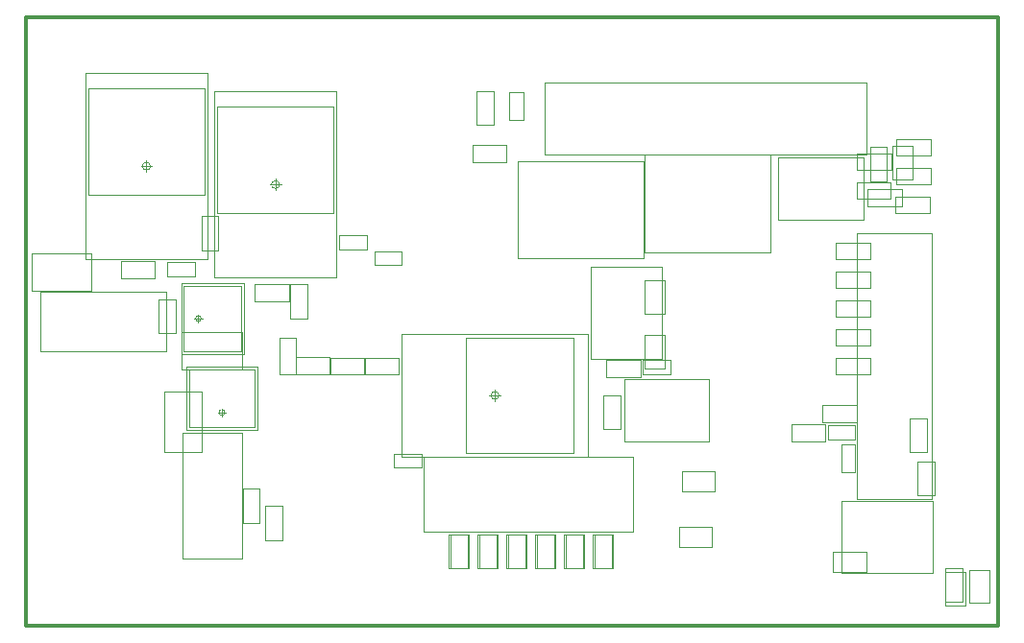
<source format=gbr>
G04 EasyPC Gerber Version 21.0.3 Build 4286 *
G04 #@! TF.Part,Single*
G04 #@! TF.FileFunction,Other,Alley Hoop pcb - Documentation *
G04 #@! TF.FilePolarity,Positive *
%FSLAX35Y35*%
%MOIN*%
%ADD150C,0.00004*%
%ADD149C,0.00039*%
%ADD148C,0.00197*%
%ADD10C,0.00394*%
%ADD91C,0.01200*%
X0Y0D02*
D02*
D10*
X23242Y116944D02*
X2376D01*
Y129936*
X23242*
Y116944*
X48596Y81904D02*
Y61038D01*
X61588*
Y81904*
X48596*
X54580Y89778D02*
X75446D01*
Y102770*
X54580*
Y89778*
D02*
D91*
X600Y600D02*
X338013D01*
Y212100*
X600*
Y600*
D02*
D148*
X33444Y127265D02*
X45256D01*
Y121359*
X33444*
Y127265*
X42350Y158322D02*
Y162259D01*
Y161668D02*
G75*
G02Y158912J-1378D01*
G01*
Y161668D02*
G75*
G02Y158912J-1378D01*
G01*
G75*
G02Y161668J1378*
G01*
X44319Y160290D02*
X40381D01*
X46470Y113991D02*
Y102180D01*
X52376*
Y113991*
X46470*
X49108Y96176D02*
X5643D01*
Y116609*
X49108*
Y96176*
X49547Y127003D02*
X59153D01*
Y122121*
X49547*
Y127003*
X54366Y94910D02*
Y119713D01*
X76334*
Y94910*
X54366*
X54994Y24070D02*
Y67534D01*
X75427*
Y24070*
X54994*
X60350Y108690D02*
Y105934D01*
X61334Y107312D02*
G75*
G02X59366I-984D01*
G01*
X61334D02*
G75*
G02X59366I-984D01*
G01*
G75*
G02X61334I984*
G01*
X61397Y131156D02*
Y142967D01*
X67303*
Y131156*
X61397*
X61728Y107312D02*
X58972D01*
X63610Y128007D02*
Y192574D01*
X21090*
Y128007*
X63610*
X67179Y74778D02*
X69935D01*
X68557Y75763D02*
G75*
G02Y73794J-984D01*
G01*
Y75763D02*
G75*
G02Y73794J-984D01*
G01*
G75*
G02Y75763J984*
G01*
Y76156D02*
Y73400D01*
X75761Y36511D02*
Y48322D01*
X81667*
Y36511*
X75761*
X79895Y119306D02*
X91706D01*
Y113400*
X79895*
Y119306*
X80958Y68794D02*
X56155D01*
Y90763*
X80958*
Y68794*
X87100Y151944D02*
Y155881D01*
Y155290D02*
G75*
G02Y152534J-1378D01*
G01*
Y155290D02*
G75*
G02Y152534J-1378D01*
G01*
G75*
G02Y155290J1378*
G01*
X89069Y153912D02*
X85131D01*
X89462Y42180D02*
Y30369D01*
X83557*
Y42180*
X89462*
X92297Y107406D02*
Y119217D01*
X98202*
Y107406*
X92297*
X94106Y100611D02*
Y88013D01*
X88594*
Y100611*
X94106*
X94194Y94015D02*
X106006D01*
Y88109*
X94194*
Y94015*
X106194Y93765D02*
X118006D01*
Y87859*
X106194*
Y93765*
X108360Y121629D02*
Y186196D01*
X65840*
Y121629*
X108360*
X118194Y93765D02*
X130006D01*
Y87859*
X118194*
Y93765*
X118903Y131371D02*
X109297D01*
Y136253*
X118903*
Y131371*
X121391Y130841D02*
X130998D01*
Y125959*
X121391*
Y130841*
X128297Y60503D02*
X137903D01*
Y55621*
X128297*
Y60503*
X130998Y59424D02*
X195565D01*
Y101944*
X130998*
Y59424*
X147346Y32310D02*
Y20814D01*
X154354*
Y32310*
X147346*
X147897Y20656D02*
Y32467D01*
X153803*
Y20656*
X147897*
X155486Y167731D02*
X167297D01*
Y161826*
X155486*
Y167731*
X161313Y80684D02*
X165250D01*
X162803Y186467D02*
Y174656D01*
X156897*
Y186467*
X162803*
X163281Y78715D02*
Y82652D01*
X163803Y32467D02*
Y20656D01*
X157897*
Y32467*
X163803*
X164354Y20814D02*
Y32310D01*
X157346*
Y20814*
X164354*
X164659Y80684D02*
G75*
G02X161903I-1378D01*
G01*
X164659D02*
G75*
G02X161903I-1378D01*
G01*
G75*
G02X164659I1378*
G01*
X167897Y20656D02*
Y32467D01*
X173803*
Y20656*
X167897*
X171234Y128243D02*
Y162101D01*
X214856*
Y128243*
X171234*
X173041Y185865D02*
Y176259D01*
X168159*
Y185865*
X173041*
X174354Y20814D02*
Y32310D01*
X167346*
Y20814*
X174354*
X177897Y20656D02*
Y32467D01*
X183803*
Y20656*
X177897*
X184354Y20814D02*
Y32310D01*
X177346*
Y20814*
X184354*
X187897Y20656D02*
Y32467D01*
X193803*
Y20656*
X187897*
X194354Y20814D02*
Y32310D01*
X187346*
Y20814*
X194354*
X197897Y20656D02*
Y32467D01*
X203803*
Y20656*
X197897*
X200958Y68873D02*
Y80684D01*
X206864*
Y68873*
X200958*
X204354Y20814D02*
Y32310D01*
X197346*
Y20814*
X204354*
X211319Y59276D02*
Y33489D01*
X138366*
Y59276*
X211319*
X213756Y87109D02*
X201944D01*
Y93015*
X213756*
Y87109*
X214547Y93003D02*
X224153D01*
Y88121*
X214547*
Y93003*
X215289Y130383D02*
Y164241D01*
X258911*
Y130383*
X215289*
X221330Y93328D02*
X196527D01*
Y125296*
X221330*
Y93328*
X222104Y90064D02*
Y101560D01*
X215096*
Y90064*
X222104*
Y109064D02*
Y120560D01*
X215096*
Y109064*
X222104*
X237572Y64660D02*
X208045D01*
Y86314*
X237572*
Y64660*
X238598Y35066D02*
X227102D01*
Y28058*
X238598*
Y35066*
X239598Y54316D02*
X228102D01*
Y47308*
X239598*
Y54316*
X276903Y77259D02*
X288714D01*
Y71353*
X276903*
Y77259*
X277848Y64739D02*
X266037D01*
Y70644*
X277848*
Y64739*
X278714Y70369D02*
X288320D01*
Y65487*
X278714*
Y70369*
X280602Y19308D02*
X292098D01*
Y26316*
X280602*
Y19308*
X283366Y19081D02*
Y43885D01*
X315334*
Y19081*
X283366*
X283439Y54148D02*
Y63755D01*
X288320*
Y54148*
X283439*
X288858Y148897D02*
X300669D01*
Y154803*
X288858*
Y148897*
X288944Y158897D02*
X300756D01*
Y164803*
X288944*
Y158897*
X291114Y141735D02*
X261586D01*
Y163389*
X291114*
Y141735*
X292334Y189213D02*
X180366D01*
Y164410*
X292334*
Y189213*
X293506Y93765D02*
X281694D01*
Y87859*
X293506*
Y93765*
Y103765D02*
X281694D01*
Y97859*
X293506*
Y103765*
Y113765D02*
X281694D01*
Y107859*
X293506*
Y113765*
Y123765D02*
X281694D01*
Y117859*
X293506*
Y123765*
Y133765D02*
X281694D01*
Y127859*
X293506*
Y133765*
X299303Y166967D02*
Y155156D01*
X293397*
Y166967*
X299303*
X302358Y143897D02*
X314169D01*
Y149803*
X302358*
Y143897*
X302608Y153897D02*
X314419D01*
Y159803*
X302608*
Y153897*
Y163897D02*
X314419D01*
Y169803*
X302608*
Y163897*
X304506Y146359D02*
X292694D01*
Y152265*
X304506*
Y146359*
X308104Y167310D02*
Y155814D01*
X301096*
Y167310*
X308104*
X313053Y60906D02*
Y72717D01*
X307147*
Y60906*
X313053*
X314941Y44828D02*
Y136934D01*
X288759*
Y44828*
X314941*
X315803Y45906D02*
Y57717D01*
X309897*
Y45906*
X315803*
X319647Y8906D02*
Y20717D01*
X325553*
Y8906*
X319647*
X326604Y7814D02*
Y19310D01*
X319596*
Y7814*
X326604*
X334854Y20060D02*
Y8564D01*
X327846*
Y20060*
X334854*
D02*
D149*
X55350Y95894D02*
Y118729D01*
X75350*
Y95894*
X55350*
X79974Y69778D02*
X57139D01*
Y89778*
X79974*
Y69778*
D02*
D150*
X62429Y150251D02*
Y187456D01*
X22271*
Y150251*
X62429*
X107179Y143873D02*
Y181078D01*
X67021*
Y143873*
X107179*
X153242Y60605D02*
X190446D01*
Y100763*
X153242*
Y60605*
X0Y0D02*
M02*

</source>
